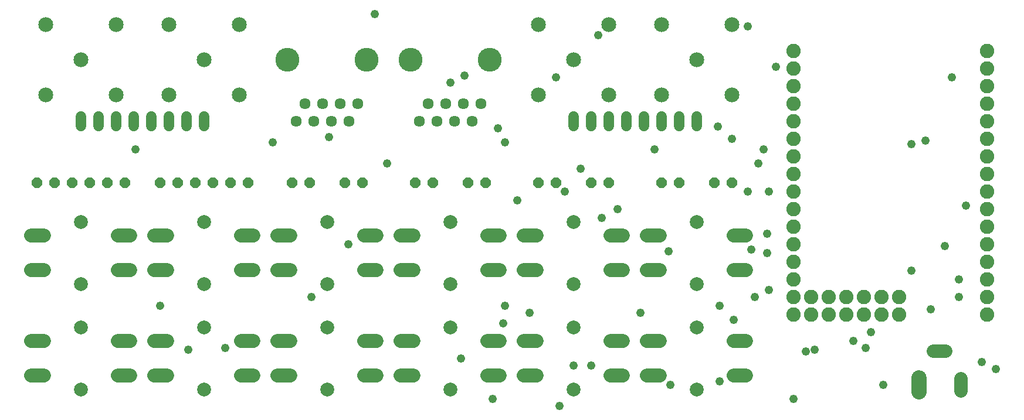
<source format=gbs>
G75*
%MOIN*%
%OFA0B0*%
%FSLAX24Y24*%
%IPPOS*%
%LPD*%
%AMOC8*
5,1,8,0,0,1.08239X$1,22.5*
%
%ADD10C,0.0785*%
%ADD11C,0.0790*%
%ADD12OC8,0.0600*%
%ADD13C,0.0845*%
%ADD14C,0.0634*%
%ADD15C,0.1360*%
%ADD16C,0.0600*%
%ADD17C,0.0820*%
%ADD18C,0.0780*%
%ADD19C,0.0880*%
%ADD20C,0.0480*%
%ADD21C,0.0476*%
D10*
X001368Y002700D02*
X002073Y002700D01*
X006288Y002700D02*
X006993Y002700D01*
X008368Y002700D02*
X009073Y002700D01*
X009073Y004660D02*
X008368Y004660D01*
X006993Y004660D02*
X006288Y004660D01*
X002073Y004660D02*
X001368Y004660D01*
X001368Y008700D02*
X002073Y008700D01*
X006288Y008700D02*
X006993Y008700D01*
X008368Y008700D02*
X009073Y008700D01*
X009073Y010660D02*
X008368Y010660D01*
X006993Y010660D02*
X006288Y010660D01*
X002073Y010660D02*
X001368Y010660D01*
X013288Y010660D02*
X013993Y010660D01*
X015368Y010660D02*
X016073Y010660D01*
X020288Y010660D02*
X020993Y010660D01*
X022368Y010660D02*
X023073Y010660D01*
X027288Y010660D02*
X027993Y010660D01*
X029368Y010660D02*
X030073Y010660D01*
X034288Y010660D02*
X034993Y010660D01*
X036368Y010660D02*
X037073Y010660D01*
X041288Y010660D02*
X041993Y010660D01*
X041993Y008700D02*
X041288Y008700D01*
X037073Y008700D02*
X036368Y008700D01*
X034993Y008700D02*
X034288Y008700D01*
X030073Y008700D02*
X029368Y008700D01*
X027993Y008700D02*
X027288Y008700D01*
X023073Y008700D02*
X022368Y008700D01*
X020993Y008700D02*
X020288Y008700D01*
X016073Y008700D02*
X015368Y008700D01*
X013993Y008700D02*
X013288Y008700D01*
X013288Y004660D02*
X013993Y004660D01*
X015368Y004660D02*
X016073Y004660D01*
X020288Y004660D02*
X020993Y004660D01*
X022368Y004660D02*
X023073Y004660D01*
X027288Y004660D02*
X027993Y004660D01*
X029368Y004660D02*
X030073Y004660D01*
X034288Y004660D02*
X034993Y004660D01*
X036368Y004660D02*
X037073Y004660D01*
X041288Y004660D02*
X041993Y004660D01*
X041993Y002700D02*
X041288Y002700D01*
X037073Y002700D02*
X036368Y002700D01*
X034993Y002700D02*
X034288Y002700D01*
X030073Y002700D02*
X029368Y002700D01*
X027993Y002700D02*
X027288Y002700D01*
X023073Y002700D02*
X022368Y002700D01*
X020993Y002700D02*
X020288Y002700D01*
X016073Y002700D02*
X015368Y002700D01*
X013993Y002700D02*
X013288Y002700D01*
D11*
X004180Y001910D03*
X011180Y001910D03*
X018180Y001910D03*
X025180Y001910D03*
X032180Y001910D03*
X039180Y001910D03*
X039180Y005450D03*
X039180Y007910D03*
X032180Y007910D03*
X032180Y005450D03*
X025180Y005450D03*
X025180Y007910D03*
X018180Y007910D03*
X018180Y005450D03*
X011180Y005450D03*
X011180Y007910D03*
X004180Y007910D03*
X004180Y005450D03*
X004180Y011450D03*
X011180Y011450D03*
X018180Y011450D03*
X025180Y011450D03*
X032180Y011450D03*
X039180Y011450D03*
D12*
X038180Y013680D03*
X037180Y013680D03*
X034180Y013680D03*
X033180Y013680D03*
X031180Y013680D03*
X030180Y013680D03*
X027180Y013680D03*
X026180Y013680D03*
X024180Y013680D03*
X023180Y013680D03*
X020180Y013680D03*
X019180Y013680D03*
X017180Y013680D03*
X016180Y013680D03*
X013680Y013680D03*
X012680Y013680D03*
X011680Y013680D03*
X010680Y013680D03*
X009680Y013680D03*
X008680Y013680D03*
X006680Y013680D03*
X005680Y013680D03*
X004680Y013680D03*
X003680Y013680D03*
X002680Y013680D03*
X001680Y013680D03*
X040180Y013680D03*
X041180Y013680D03*
D13*
X041180Y018680D03*
X037180Y018680D03*
X034180Y018680D03*
X030180Y018680D03*
X032180Y020680D03*
X030180Y022680D03*
X034180Y022680D03*
X037180Y022680D03*
X041180Y022680D03*
X039180Y020680D03*
X013180Y018680D03*
X009180Y018680D03*
X006180Y018680D03*
X002180Y018680D03*
X004180Y020680D03*
X002180Y022680D03*
X006180Y022680D03*
X009180Y022680D03*
X013180Y022680D03*
X011180Y020680D03*
D14*
X016930Y018180D03*
X017930Y018180D03*
X018930Y018180D03*
X019930Y018180D03*
X019430Y017180D03*
X018430Y017180D03*
X017430Y017180D03*
X016430Y017180D03*
X023430Y017180D03*
X024430Y017180D03*
X025430Y017180D03*
X026430Y017180D03*
X025930Y018180D03*
X026930Y018180D03*
X024930Y018180D03*
X023930Y018180D03*
D15*
X022930Y020680D03*
X020430Y020680D03*
X015930Y020680D03*
X027430Y020680D03*
D16*
X032180Y017440D02*
X032180Y016920D01*
X033180Y016920D02*
X033180Y017440D01*
X034180Y017440D02*
X034180Y016920D01*
X035180Y016920D02*
X035180Y017440D01*
X036180Y017440D02*
X036180Y016920D01*
X037180Y016920D02*
X037180Y017440D01*
X038180Y017440D02*
X038180Y016920D01*
X039180Y016920D02*
X039180Y017440D01*
X011180Y017440D02*
X011180Y016920D01*
X010180Y016920D02*
X010180Y017440D01*
X009180Y017440D02*
X009180Y016920D01*
X008180Y016920D02*
X008180Y017440D01*
X007180Y017440D02*
X007180Y016920D01*
X006180Y016920D02*
X006180Y017440D01*
X005180Y017440D02*
X005180Y016920D01*
X004180Y016920D02*
X004180Y017440D01*
D17*
X044680Y017180D03*
X044680Y016180D03*
X044680Y015180D03*
X044680Y014180D03*
X044680Y013180D03*
X044680Y012180D03*
X044680Y011180D03*
X044680Y010180D03*
X044680Y009180D03*
X044680Y008180D03*
X044680Y007180D03*
X045680Y007180D03*
X046680Y007180D03*
X047680Y007180D03*
X048680Y007180D03*
X049680Y007180D03*
X050680Y007180D03*
X050680Y006180D03*
X049680Y006180D03*
X048680Y006180D03*
X047680Y006180D03*
X046680Y006180D03*
X045680Y006180D03*
X044680Y006180D03*
X055680Y006180D03*
X055680Y007180D03*
X055680Y008180D03*
X055680Y009180D03*
X055680Y010180D03*
X055680Y011180D03*
X055680Y012180D03*
X055680Y013180D03*
X055680Y014180D03*
X055680Y015180D03*
X055680Y016180D03*
X055680Y017180D03*
X055680Y018180D03*
X055680Y019180D03*
X055680Y020180D03*
X055680Y021180D03*
X044680Y021180D03*
X044680Y020180D03*
X044680Y019180D03*
X044680Y018180D03*
D18*
X052629Y004109D02*
X053329Y004109D01*
X054180Y002530D02*
X054180Y001830D01*
D19*
X051818Y001780D02*
X051818Y002580D01*
D20*
X049780Y002180D03*
X045880Y004180D03*
X045380Y004080D03*
X048080Y004680D03*
X048780Y004280D03*
X049080Y005180D03*
X052480Y006480D03*
X054080Y007180D03*
X054080Y008180D03*
X051380Y008680D03*
X053280Y010080D03*
X054480Y012380D03*
X051380Y015880D03*
X052180Y016080D03*
X053680Y019680D03*
X043680Y020280D03*
X042080Y022580D03*
X033580Y022080D03*
X031180Y019680D03*
X025980Y019780D03*
X025180Y019380D03*
X027880Y016780D03*
X028280Y015980D03*
X032580Y014480D03*
X031680Y013180D03*
X028980Y012680D03*
X033780Y011680D03*
X034680Y012180D03*
X037580Y009780D03*
X042280Y009880D03*
X043180Y009680D03*
X043180Y010780D03*
X043280Y013180D03*
X042080Y013180D03*
X042680Y014780D03*
X042980Y015580D03*
X041180Y016180D03*
X040380Y016880D03*
X036780Y015580D03*
X021580Y014780D03*
X018280Y016280D03*
X015080Y015980D03*
X007280Y015580D03*
X019380Y010180D03*
X017280Y007180D03*
X012380Y004280D03*
X010280Y004180D03*
X025780Y003680D03*
X027580Y001380D03*
X031380Y000980D03*
X032180Y003280D03*
X033180Y003280D03*
X037680Y002180D03*
X040480Y002380D03*
X044680Y001380D03*
X041280Y005880D03*
X040480Y006680D03*
X042480Y007180D03*
X043280Y007580D03*
X035980Y006280D03*
X029680Y006280D03*
X028280Y006680D03*
X055380Y003480D03*
X056180Y003080D03*
X020880Y023280D03*
D21*
X008680Y006680D03*
X028180Y005680D03*
M02*

</source>
